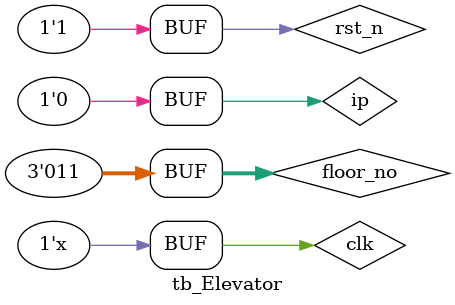
<source format=sv>
module sim;

    initial begin
        $dumpfile("dump.vcd");
        $dumpvars;
        #350
        $finish;
    end

endmodule


module tb_Elevator;

    reg [2:0] floor_no;
    reg clk, ip, rst_n;
    wire [2:0] curr_floor;
    wire door;

    Elevator ins(floor_no, clk, rst_n, ip, curr_floor, door);

    always #5 clk = ~clk;

    initial begin
        clk = 1'b0;
        rst_n = 1'b1;
        floor_no = 3'd0;
        ip = 1'b0;
        #13
        rst_n = 1'b0;
        #10
        rst_n = 1'b1;
        #10
        floor_no = 3'd4;
        ip = 1'b1;
        #10
        ip = 1'b0;
        #10
        floor_no = 3'd6;
        ip = 1'b1;
        #10
        ip = 1'b0;
        #10
        floor_no = 3'd5;
        ip = 1'b1;
        #10
        ip = 1'b0;
        #10
        floor_no = 3'd0;
        ip = 1'b1;
        #10
        ip = 1'b0;
        #50
        floor_no = 3'd3;
        ip = 1'b1;
        #10
        ip = 1'b0;
    end

endmodule

</source>
